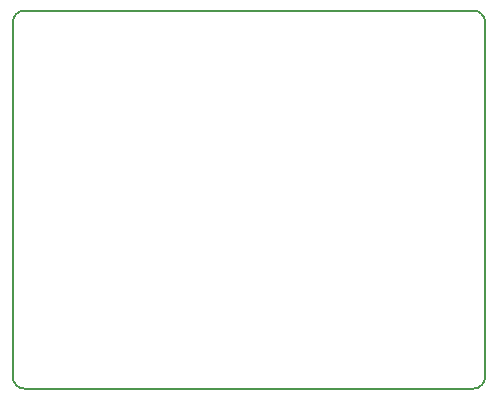
<source format=gbr>
G04 #@! TF.GenerationSoftware,KiCad,Pcbnew,5.0.2-bee76a0~70~ubuntu18.04.1*
G04 #@! TF.CreationDate,2019-04-29T21:23:14-04:00*
G04 #@! TF.ProjectId,E73 SCR,45373320-5343-4522-9e6b-696361645f70,rev?*
G04 #@! TF.SameCoordinates,Original*
G04 #@! TF.FileFunction,Profile,NP*
%FSLAX46Y46*%
G04 Gerber Fmt 4.6, Leading zero omitted, Abs format (unit mm)*
G04 Created by KiCad (PCBNEW 5.0.2-bee76a0~70~ubuntu18.04.1) date Mon 29 Apr 2019 09:23:14 PM EDT*
%MOMM*%
%LPD*%
G01*
G04 APERTURE LIST*
%ADD10C,0.150000*%
G04 APERTURE END LIST*
D10*
X113000000Y-90000000D02*
G75*
G02X112000000Y-89000000I0J1000000D01*
G01*
X112000000Y-59000000D02*
G75*
G02X113000000Y-58000000I1000000J0D01*
G01*
X151000000Y-58000000D02*
G75*
G02X152000000Y-59000000I0J-1000000D01*
G01*
X152000000Y-89000000D02*
G75*
G02X151000000Y-90000000I-1000000J0D01*
G01*
X112000000Y-89000000D02*
X112000000Y-59000000D01*
X151000000Y-90000000D02*
X113000000Y-90000000D01*
X152000000Y-59000000D02*
X152000000Y-89000000D01*
X113000000Y-58000000D02*
X151000000Y-58000000D01*
M02*

</source>
